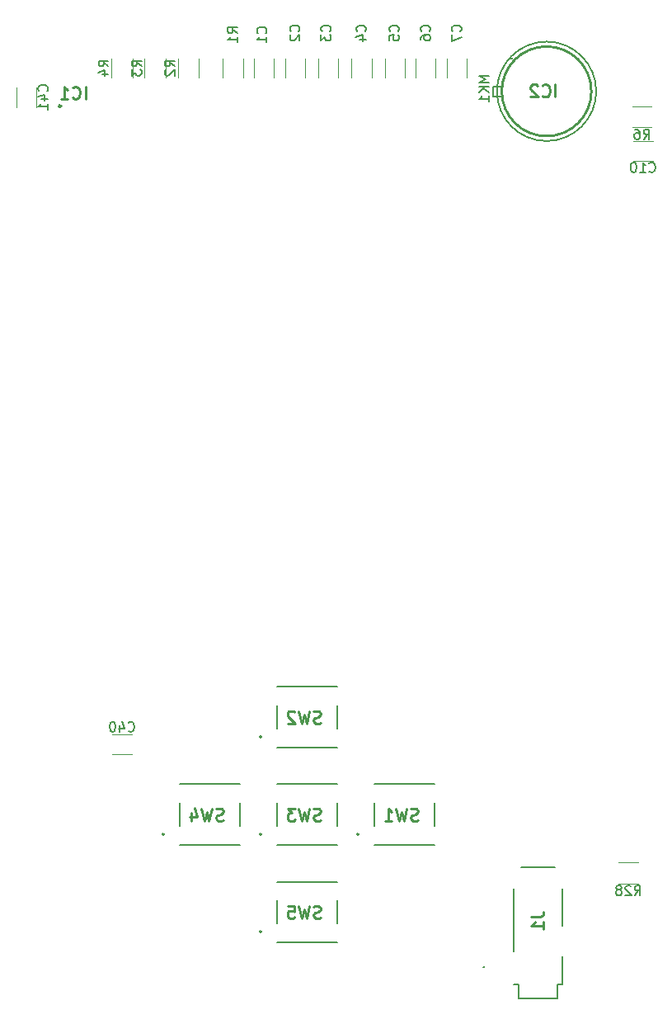
<source format=gbr>
G04 #@! TF.FileFunction,Legend,Bot*
%FSLAX46Y46*%
G04 Gerber Fmt 4.6, Leading zero omitted, Abs format (unit mm)*
G04 Created by KiCad (PCBNEW 4.0.7) date Thu Feb 22 22:50:24 2018*
%MOMM*%
%LPD*%
G01*
G04 APERTURE LIST*
%ADD10C,0.100000*%
%ADD11C,0.120000*%
%ADD12C,0.254000*%
%ADD13C,0.200000*%
%ADD14C,0.150000*%
G04 APERTURE END LIST*
D10*
D11*
X63200000Y-95380000D02*
X65200000Y-95380000D01*
X65200000Y-97420000D02*
X63200000Y-97420000D01*
X77780000Y-28000000D02*
X77780000Y-26000000D01*
X79820000Y-26000000D02*
X79820000Y-28000000D01*
X80980000Y-28000000D02*
X80980000Y-26000000D01*
X83020000Y-26000000D02*
X83020000Y-28000000D01*
X84380000Y-28000000D02*
X84380000Y-26000000D01*
X86420000Y-26000000D02*
X86420000Y-28000000D01*
X87780000Y-28000000D02*
X87780000Y-26000000D01*
X89820000Y-26000000D02*
X89820000Y-28000000D01*
X91180000Y-28000000D02*
X91180000Y-26000000D01*
X93220000Y-26000000D02*
X93220000Y-28000000D01*
X94380000Y-28000000D02*
X94380000Y-26000000D01*
X96420000Y-26000000D02*
X96420000Y-28000000D01*
X97580000Y-28000000D02*
X97580000Y-26000000D01*
X99620000Y-26000000D02*
X99620000Y-28000000D01*
X118700000Y-36520000D02*
X116700000Y-36520000D01*
X116700000Y-34480000D02*
X118700000Y-34480000D01*
D12*
X57950000Y-30900000D02*
G75*
G03X57950000Y-30900000I-125000J0D01*
G01*
D13*
X103136000Y-29900000D02*
X102300000Y-29900000D01*
X102300000Y-29900000D02*
X102300000Y-28900000D01*
X102300000Y-28900000D02*
X103151000Y-28900000D01*
D12*
X112400000Y-29400000D02*
G75*
G03X112400000Y-29400000I-4600000J0D01*
G01*
X104204000Y-26053000D02*
G75*
G03X104204000Y-26053000I-59000J0D01*
G01*
D11*
X55420000Y-29000000D02*
X55420000Y-31000000D01*
X53380000Y-31000000D02*
X53380000Y-29000000D01*
D13*
X104400000Y-121000000D02*
X104900000Y-121000000D01*
X104900000Y-121000000D02*
X104900000Y-122500000D01*
X104900000Y-122500000D02*
X108900000Y-122500000D01*
X108900000Y-122500000D02*
X108900000Y-121000000D01*
X108900000Y-121000000D02*
X109400000Y-121000000D01*
X109400000Y-121000000D02*
X109400000Y-118136000D01*
X104400000Y-117650000D02*
X104400000Y-111240000D01*
X109400000Y-115000000D02*
X109400000Y-111200000D01*
X108641000Y-109000000D02*
X105159000Y-109000000D01*
D12*
X101348000Y-119276000D02*
G75*
G03X101348000Y-119276000I-24000J0D01*
G01*
D11*
X117200000Y-108530000D02*
X115200000Y-108530000D01*
X115200000Y-110670000D02*
X117200000Y-110670000D01*
X76670000Y-28000000D02*
X76670000Y-26000000D01*
X74530000Y-26000000D02*
X74530000Y-28000000D01*
X72070000Y-28000000D02*
X72070000Y-26000000D01*
X69930000Y-26000000D02*
X69930000Y-28000000D01*
X68670000Y-28000000D02*
X68670000Y-26000000D01*
X66530000Y-26000000D02*
X66530000Y-28000000D01*
X65270000Y-28000000D02*
X65270000Y-26000000D01*
X63130000Y-26000000D02*
X63130000Y-28000000D01*
X118600000Y-30930000D02*
X116600000Y-30930000D01*
X116600000Y-33070000D02*
X118600000Y-33070000D01*
D14*
X112900000Y-29400000D02*
G75*
G03X112900000Y-29400000I-5100000J0D01*
G01*
D13*
X90100000Y-106700000D02*
X96300000Y-106700000D01*
X96300000Y-100500000D02*
X90100000Y-100500000D01*
X90100000Y-104787000D02*
X90100000Y-102413000D01*
X96300000Y-104787000D02*
X96300000Y-102413000D01*
D12*
X88503000Y-105636000D02*
G75*
G03X88503000Y-105636000I-67000J0D01*
G01*
D13*
X80100000Y-96700000D02*
X86300000Y-96700000D01*
X86300000Y-90500000D02*
X80100000Y-90500000D01*
X80100000Y-94787000D02*
X80100000Y-92413000D01*
X86300000Y-94787000D02*
X86300000Y-92413000D01*
D12*
X78503000Y-95636000D02*
G75*
G03X78503000Y-95636000I-67000J0D01*
G01*
D13*
X80100000Y-106700000D02*
X86300000Y-106700000D01*
X86300000Y-100500000D02*
X80100000Y-100500000D01*
X80100000Y-104787000D02*
X80100000Y-102413000D01*
X86300000Y-104787000D02*
X86300000Y-102413000D01*
D12*
X78503000Y-105636000D02*
G75*
G03X78503000Y-105636000I-67000J0D01*
G01*
D13*
X70100000Y-106700000D02*
X76300000Y-106700000D01*
X76300000Y-100500000D02*
X70100000Y-100500000D01*
X70100000Y-104787000D02*
X70100000Y-102413000D01*
X76300000Y-104787000D02*
X76300000Y-102413000D01*
D12*
X68503000Y-105636000D02*
G75*
G03X68503000Y-105636000I-67000J0D01*
G01*
D13*
X80100000Y-116700000D02*
X86300000Y-116700000D01*
X86300000Y-110500000D02*
X80100000Y-110500000D01*
X80100000Y-114787000D02*
X80100000Y-112413000D01*
X86300000Y-114787000D02*
X86300000Y-112413000D01*
D12*
X78503000Y-115636000D02*
G75*
G03X78503000Y-115636000I-67000J0D01*
G01*
D14*
X64842857Y-95007143D02*
X64890476Y-95054762D01*
X65033333Y-95102381D01*
X65128571Y-95102381D01*
X65271429Y-95054762D01*
X65366667Y-94959524D01*
X65414286Y-94864286D01*
X65461905Y-94673810D01*
X65461905Y-94530952D01*
X65414286Y-94340476D01*
X65366667Y-94245238D01*
X65271429Y-94150000D01*
X65128571Y-94102381D01*
X65033333Y-94102381D01*
X64890476Y-94150000D01*
X64842857Y-94197619D01*
X63985714Y-94435714D02*
X63985714Y-95102381D01*
X64223810Y-94054762D02*
X64461905Y-94769048D01*
X63842857Y-94769048D01*
X63271429Y-94102381D02*
X63176190Y-94102381D01*
X63080952Y-94150000D01*
X63033333Y-94197619D01*
X62985714Y-94292857D01*
X62938095Y-94483333D01*
X62938095Y-94721429D01*
X62985714Y-94911905D01*
X63033333Y-95007143D01*
X63080952Y-95054762D01*
X63176190Y-95102381D01*
X63271429Y-95102381D01*
X63366667Y-95054762D01*
X63414286Y-95007143D01*
X63461905Y-94911905D01*
X63509524Y-94721429D01*
X63509524Y-94483333D01*
X63461905Y-94292857D01*
X63414286Y-94197619D01*
X63366667Y-94150000D01*
X63271429Y-94102381D01*
X78957143Y-23433334D02*
X79004762Y-23385715D01*
X79052381Y-23242858D01*
X79052381Y-23147620D01*
X79004762Y-23004762D01*
X78909524Y-22909524D01*
X78814286Y-22861905D01*
X78623810Y-22814286D01*
X78480952Y-22814286D01*
X78290476Y-22861905D01*
X78195238Y-22909524D01*
X78100000Y-23004762D01*
X78052381Y-23147620D01*
X78052381Y-23242858D01*
X78100000Y-23385715D01*
X78147619Y-23433334D01*
X79052381Y-24385715D02*
X79052381Y-23814286D01*
X79052381Y-24100000D02*
X78052381Y-24100000D01*
X78195238Y-24004762D01*
X78290476Y-23909524D01*
X78338095Y-23814286D01*
X82357143Y-23233334D02*
X82404762Y-23185715D01*
X82452381Y-23042858D01*
X82452381Y-22947620D01*
X82404762Y-22804762D01*
X82309524Y-22709524D01*
X82214286Y-22661905D01*
X82023810Y-22614286D01*
X81880952Y-22614286D01*
X81690476Y-22661905D01*
X81595238Y-22709524D01*
X81500000Y-22804762D01*
X81452381Y-22947620D01*
X81452381Y-23042858D01*
X81500000Y-23185715D01*
X81547619Y-23233334D01*
X81547619Y-23614286D02*
X81500000Y-23661905D01*
X81452381Y-23757143D01*
X81452381Y-23995239D01*
X81500000Y-24090477D01*
X81547619Y-24138096D01*
X81642857Y-24185715D01*
X81738095Y-24185715D01*
X81880952Y-24138096D01*
X82452381Y-23566667D01*
X82452381Y-24185715D01*
X85557143Y-23233334D02*
X85604762Y-23185715D01*
X85652381Y-23042858D01*
X85652381Y-22947620D01*
X85604762Y-22804762D01*
X85509524Y-22709524D01*
X85414286Y-22661905D01*
X85223810Y-22614286D01*
X85080952Y-22614286D01*
X84890476Y-22661905D01*
X84795238Y-22709524D01*
X84700000Y-22804762D01*
X84652381Y-22947620D01*
X84652381Y-23042858D01*
X84700000Y-23185715D01*
X84747619Y-23233334D01*
X84652381Y-23566667D02*
X84652381Y-24185715D01*
X85033333Y-23852381D01*
X85033333Y-23995239D01*
X85080952Y-24090477D01*
X85128571Y-24138096D01*
X85223810Y-24185715D01*
X85461905Y-24185715D01*
X85557143Y-24138096D01*
X85604762Y-24090477D01*
X85652381Y-23995239D01*
X85652381Y-23709524D01*
X85604762Y-23614286D01*
X85557143Y-23566667D01*
X89157143Y-23233334D02*
X89204762Y-23185715D01*
X89252381Y-23042858D01*
X89252381Y-22947620D01*
X89204762Y-22804762D01*
X89109524Y-22709524D01*
X89014286Y-22661905D01*
X88823810Y-22614286D01*
X88680952Y-22614286D01*
X88490476Y-22661905D01*
X88395238Y-22709524D01*
X88300000Y-22804762D01*
X88252381Y-22947620D01*
X88252381Y-23042858D01*
X88300000Y-23185715D01*
X88347619Y-23233334D01*
X88585714Y-24090477D02*
X89252381Y-24090477D01*
X88204762Y-23852381D02*
X88919048Y-23614286D01*
X88919048Y-24233334D01*
X92557143Y-23233334D02*
X92604762Y-23185715D01*
X92652381Y-23042858D01*
X92652381Y-22947620D01*
X92604762Y-22804762D01*
X92509524Y-22709524D01*
X92414286Y-22661905D01*
X92223810Y-22614286D01*
X92080952Y-22614286D01*
X91890476Y-22661905D01*
X91795238Y-22709524D01*
X91700000Y-22804762D01*
X91652381Y-22947620D01*
X91652381Y-23042858D01*
X91700000Y-23185715D01*
X91747619Y-23233334D01*
X91652381Y-24138096D02*
X91652381Y-23661905D01*
X92128571Y-23614286D01*
X92080952Y-23661905D01*
X92033333Y-23757143D01*
X92033333Y-23995239D01*
X92080952Y-24090477D01*
X92128571Y-24138096D01*
X92223810Y-24185715D01*
X92461905Y-24185715D01*
X92557143Y-24138096D01*
X92604762Y-24090477D01*
X92652381Y-23995239D01*
X92652381Y-23757143D01*
X92604762Y-23661905D01*
X92557143Y-23614286D01*
X95757143Y-23233334D02*
X95804762Y-23185715D01*
X95852381Y-23042858D01*
X95852381Y-22947620D01*
X95804762Y-22804762D01*
X95709524Y-22709524D01*
X95614286Y-22661905D01*
X95423810Y-22614286D01*
X95280952Y-22614286D01*
X95090476Y-22661905D01*
X94995238Y-22709524D01*
X94900000Y-22804762D01*
X94852381Y-22947620D01*
X94852381Y-23042858D01*
X94900000Y-23185715D01*
X94947619Y-23233334D01*
X94852381Y-24090477D02*
X94852381Y-23900000D01*
X94900000Y-23804762D01*
X94947619Y-23757143D01*
X95090476Y-23661905D01*
X95280952Y-23614286D01*
X95661905Y-23614286D01*
X95757143Y-23661905D01*
X95804762Y-23709524D01*
X95852381Y-23804762D01*
X95852381Y-23995239D01*
X95804762Y-24090477D01*
X95757143Y-24138096D01*
X95661905Y-24185715D01*
X95423810Y-24185715D01*
X95328571Y-24138096D01*
X95280952Y-24090477D01*
X95233333Y-23995239D01*
X95233333Y-23804762D01*
X95280952Y-23709524D01*
X95328571Y-23661905D01*
X95423810Y-23614286D01*
X98957143Y-23233334D02*
X99004762Y-23185715D01*
X99052381Y-23042858D01*
X99052381Y-22947620D01*
X99004762Y-22804762D01*
X98909524Y-22709524D01*
X98814286Y-22661905D01*
X98623810Y-22614286D01*
X98480952Y-22614286D01*
X98290476Y-22661905D01*
X98195238Y-22709524D01*
X98100000Y-22804762D01*
X98052381Y-22947620D01*
X98052381Y-23042858D01*
X98100000Y-23185715D01*
X98147619Y-23233334D01*
X98052381Y-23566667D02*
X98052381Y-24233334D01*
X99052381Y-23804762D01*
X118342857Y-37607143D02*
X118390476Y-37654762D01*
X118533333Y-37702381D01*
X118628571Y-37702381D01*
X118771429Y-37654762D01*
X118866667Y-37559524D01*
X118914286Y-37464286D01*
X118961905Y-37273810D01*
X118961905Y-37130952D01*
X118914286Y-36940476D01*
X118866667Y-36845238D01*
X118771429Y-36750000D01*
X118628571Y-36702381D01*
X118533333Y-36702381D01*
X118390476Y-36750000D01*
X118342857Y-36797619D01*
X117390476Y-37702381D02*
X117961905Y-37702381D01*
X117676191Y-37702381D02*
X117676191Y-36702381D01*
X117771429Y-36845238D01*
X117866667Y-36940476D01*
X117961905Y-36988095D01*
X116771429Y-36702381D02*
X116676190Y-36702381D01*
X116580952Y-36750000D01*
X116533333Y-36797619D01*
X116485714Y-36892857D01*
X116438095Y-37083333D01*
X116438095Y-37321429D01*
X116485714Y-37511905D01*
X116533333Y-37607143D01*
X116580952Y-37654762D01*
X116676190Y-37702381D01*
X116771429Y-37702381D01*
X116866667Y-37654762D01*
X116914286Y-37607143D01*
X116961905Y-37511905D01*
X117009524Y-37321429D01*
X117009524Y-37083333D01*
X116961905Y-36892857D01*
X116914286Y-36797619D01*
X116866667Y-36750000D01*
X116771429Y-36702381D01*
D12*
X60439762Y-30174524D02*
X60439762Y-28904524D01*
X59109286Y-30053571D02*
X59169762Y-30114048D01*
X59351191Y-30174524D01*
X59472143Y-30174524D01*
X59653571Y-30114048D01*
X59774524Y-29993095D01*
X59835000Y-29872143D01*
X59895476Y-29630238D01*
X59895476Y-29448810D01*
X59835000Y-29206905D01*
X59774524Y-29085952D01*
X59653571Y-28965000D01*
X59472143Y-28904524D01*
X59351191Y-28904524D01*
X59169762Y-28965000D01*
X59109286Y-29025476D01*
X57899762Y-30174524D02*
X58625476Y-30174524D01*
X58262619Y-30174524D02*
X58262619Y-28904524D01*
X58383571Y-29085952D01*
X58504524Y-29206905D01*
X58625476Y-29267381D01*
X108692762Y-29965524D02*
X108692762Y-28695524D01*
X107362286Y-29844571D02*
X107422762Y-29905048D01*
X107604191Y-29965524D01*
X107725143Y-29965524D01*
X107906571Y-29905048D01*
X108027524Y-29784095D01*
X108088000Y-29663143D01*
X108148476Y-29421238D01*
X108148476Y-29239810D01*
X108088000Y-28997905D01*
X108027524Y-28876952D01*
X107906571Y-28756000D01*
X107725143Y-28695524D01*
X107604191Y-28695524D01*
X107422762Y-28756000D01*
X107362286Y-28816476D01*
X106878476Y-28816476D02*
X106818000Y-28756000D01*
X106697048Y-28695524D01*
X106394667Y-28695524D01*
X106273714Y-28756000D01*
X106213238Y-28816476D01*
X106152762Y-28937429D01*
X106152762Y-29058381D01*
X106213238Y-29239810D01*
X106938952Y-29965524D01*
X106152762Y-29965524D01*
D14*
X56507143Y-29357143D02*
X56554762Y-29309524D01*
X56602381Y-29166667D01*
X56602381Y-29071429D01*
X56554762Y-28928571D01*
X56459524Y-28833333D01*
X56364286Y-28785714D01*
X56173810Y-28738095D01*
X56030952Y-28738095D01*
X55840476Y-28785714D01*
X55745238Y-28833333D01*
X55650000Y-28928571D01*
X55602381Y-29071429D01*
X55602381Y-29166667D01*
X55650000Y-29309524D01*
X55697619Y-29357143D01*
X55935714Y-30214286D02*
X56602381Y-30214286D01*
X55554762Y-29976190D02*
X56269048Y-29738095D01*
X56269048Y-30357143D01*
X56602381Y-31261905D02*
X56602381Y-30690476D01*
X56602381Y-30976190D02*
X55602381Y-30976190D01*
X55745238Y-30880952D01*
X55840476Y-30785714D01*
X55888095Y-30690476D01*
D12*
X106235524Y-114085667D02*
X107142667Y-114085667D01*
X107324095Y-114025191D01*
X107445048Y-113904239D01*
X107505524Y-113722810D01*
X107505524Y-113601858D01*
X107505524Y-115355667D02*
X107505524Y-114629953D01*
X107505524Y-114992810D02*
X106235524Y-114992810D01*
X106416952Y-114871858D01*
X106537905Y-114750905D01*
X106598381Y-114629953D01*
D14*
X116842857Y-111902381D02*
X117176191Y-111426190D01*
X117414286Y-111902381D02*
X117414286Y-110902381D01*
X117033333Y-110902381D01*
X116938095Y-110950000D01*
X116890476Y-110997619D01*
X116842857Y-111092857D01*
X116842857Y-111235714D01*
X116890476Y-111330952D01*
X116938095Y-111378571D01*
X117033333Y-111426190D01*
X117414286Y-111426190D01*
X116461905Y-110997619D02*
X116414286Y-110950000D01*
X116319048Y-110902381D01*
X116080952Y-110902381D01*
X115985714Y-110950000D01*
X115938095Y-110997619D01*
X115890476Y-111092857D01*
X115890476Y-111188095D01*
X115938095Y-111330952D01*
X116509524Y-111902381D01*
X115890476Y-111902381D01*
X115319048Y-111330952D02*
X115414286Y-111283333D01*
X115461905Y-111235714D01*
X115509524Y-111140476D01*
X115509524Y-111092857D01*
X115461905Y-110997619D01*
X115414286Y-110950000D01*
X115319048Y-110902381D01*
X115128571Y-110902381D01*
X115033333Y-110950000D01*
X114985714Y-110997619D01*
X114938095Y-111092857D01*
X114938095Y-111140476D01*
X114985714Y-111235714D01*
X115033333Y-111283333D01*
X115128571Y-111330952D01*
X115319048Y-111330952D01*
X115414286Y-111378571D01*
X115461905Y-111426190D01*
X115509524Y-111521429D01*
X115509524Y-111711905D01*
X115461905Y-111807143D01*
X115414286Y-111854762D01*
X115319048Y-111902381D01*
X115128571Y-111902381D01*
X115033333Y-111854762D01*
X114985714Y-111807143D01*
X114938095Y-111711905D01*
X114938095Y-111521429D01*
X114985714Y-111426190D01*
X115033333Y-111378571D01*
X115128571Y-111330952D01*
X76052381Y-23433334D02*
X75576190Y-23100000D01*
X76052381Y-22861905D02*
X75052381Y-22861905D01*
X75052381Y-23242858D01*
X75100000Y-23338096D01*
X75147619Y-23385715D01*
X75242857Y-23433334D01*
X75385714Y-23433334D01*
X75480952Y-23385715D01*
X75528571Y-23338096D01*
X75576190Y-23242858D01*
X75576190Y-22861905D01*
X76052381Y-24385715D02*
X76052381Y-23814286D01*
X76052381Y-24100000D02*
X75052381Y-24100000D01*
X75195238Y-24004762D01*
X75290476Y-23909524D01*
X75338095Y-23814286D01*
X69602381Y-26833334D02*
X69126190Y-26500000D01*
X69602381Y-26261905D02*
X68602381Y-26261905D01*
X68602381Y-26642858D01*
X68650000Y-26738096D01*
X68697619Y-26785715D01*
X68792857Y-26833334D01*
X68935714Y-26833334D01*
X69030952Y-26785715D01*
X69078571Y-26738096D01*
X69126190Y-26642858D01*
X69126190Y-26261905D01*
X68697619Y-27214286D02*
X68650000Y-27261905D01*
X68602381Y-27357143D01*
X68602381Y-27595239D01*
X68650000Y-27690477D01*
X68697619Y-27738096D01*
X68792857Y-27785715D01*
X68888095Y-27785715D01*
X69030952Y-27738096D01*
X69602381Y-27166667D01*
X69602381Y-27785715D01*
X66202381Y-26833334D02*
X65726190Y-26500000D01*
X66202381Y-26261905D02*
X65202381Y-26261905D01*
X65202381Y-26642858D01*
X65250000Y-26738096D01*
X65297619Y-26785715D01*
X65392857Y-26833334D01*
X65535714Y-26833334D01*
X65630952Y-26785715D01*
X65678571Y-26738096D01*
X65726190Y-26642858D01*
X65726190Y-26261905D01*
X65202381Y-27166667D02*
X65202381Y-27785715D01*
X65583333Y-27452381D01*
X65583333Y-27595239D01*
X65630952Y-27690477D01*
X65678571Y-27738096D01*
X65773810Y-27785715D01*
X66011905Y-27785715D01*
X66107143Y-27738096D01*
X66154762Y-27690477D01*
X66202381Y-27595239D01*
X66202381Y-27309524D01*
X66154762Y-27214286D01*
X66107143Y-27166667D01*
X62802381Y-26833334D02*
X62326190Y-26500000D01*
X62802381Y-26261905D02*
X61802381Y-26261905D01*
X61802381Y-26642858D01*
X61850000Y-26738096D01*
X61897619Y-26785715D01*
X61992857Y-26833334D01*
X62135714Y-26833334D01*
X62230952Y-26785715D01*
X62278571Y-26738096D01*
X62326190Y-26642858D01*
X62326190Y-26261905D01*
X62135714Y-27690477D02*
X62802381Y-27690477D01*
X61754762Y-27452381D02*
X62469048Y-27214286D01*
X62469048Y-27833334D01*
X117766666Y-34302381D02*
X118100000Y-33826190D01*
X118338095Y-34302381D02*
X118338095Y-33302381D01*
X117957142Y-33302381D01*
X117861904Y-33350000D01*
X117814285Y-33397619D01*
X117766666Y-33492857D01*
X117766666Y-33635714D01*
X117814285Y-33730952D01*
X117861904Y-33778571D01*
X117957142Y-33826190D01*
X118338095Y-33826190D01*
X116909523Y-33302381D02*
X117100000Y-33302381D01*
X117195238Y-33350000D01*
X117242857Y-33397619D01*
X117338095Y-33540476D01*
X117385714Y-33730952D01*
X117385714Y-34111905D01*
X117338095Y-34207143D01*
X117290476Y-34254762D01*
X117195238Y-34302381D01*
X117004761Y-34302381D01*
X116909523Y-34254762D01*
X116861904Y-34207143D01*
X116814285Y-34111905D01*
X116814285Y-33873810D01*
X116861904Y-33778571D01*
X116909523Y-33730952D01*
X117004761Y-33683333D01*
X117195238Y-33683333D01*
X117290476Y-33730952D01*
X117338095Y-33778571D01*
X117385714Y-33873810D01*
X101852381Y-27790476D02*
X100852381Y-27790476D01*
X101566667Y-28123810D01*
X100852381Y-28457143D01*
X101852381Y-28457143D01*
X101852381Y-28933333D02*
X100852381Y-28933333D01*
X101852381Y-29504762D02*
X101280952Y-29076190D01*
X100852381Y-29504762D02*
X101423810Y-28933333D01*
X101852381Y-30457143D02*
X101852381Y-29885714D01*
X101852381Y-30171428D02*
X100852381Y-30171428D01*
X100995238Y-30076190D01*
X101090476Y-29980952D01*
X101138095Y-29885714D01*
D12*
X94588333Y-104195048D02*
X94406905Y-104255524D01*
X94104524Y-104255524D01*
X93983571Y-104195048D01*
X93923095Y-104134571D01*
X93862619Y-104013619D01*
X93862619Y-103892667D01*
X93923095Y-103771714D01*
X93983571Y-103711238D01*
X94104524Y-103650762D01*
X94346428Y-103590286D01*
X94467381Y-103529810D01*
X94527857Y-103469333D01*
X94588333Y-103348381D01*
X94588333Y-103227429D01*
X94527857Y-103106476D01*
X94467381Y-103046000D01*
X94346428Y-102985524D01*
X94044048Y-102985524D01*
X93862619Y-103046000D01*
X93439285Y-102985524D02*
X93136904Y-104255524D01*
X92895000Y-103348381D01*
X92653095Y-104255524D01*
X92350714Y-102985524D01*
X91201666Y-104255524D02*
X91927380Y-104255524D01*
X91564523Y-104255524D02*
X91564523Y-102985524D01*
X91685475Y-103166952D01*
X91806428Y-103287905D01*
X91927380Y-103348381D01*
X84588333Y-94195048D02*
X84406905Y-94255524D01*
X84104524Y-94255524D01*
X83983571Y-94195048D01*
X83923095Y-94134571D01*
X83862619Y-94013619D01*
X83862619Y-93892667D01*
X83923095Y-93771714D01*
X83983571Y-93711238D01*
X84104524Y-93650762D01*
X84346428Y-93590286D01*
X84467381Y-93529810D01*
X84527857Y-93469333D01*
X84588333Y-93348381D01*
X84588333Y-93227429D01*
X84527857Y-93106476D01*
X84467381Y-93046000D01*
X84346428Y-92985524D01*
X84044048Y-92985524D01*
X83862619Y-93046000D01*
X83439285Y-92985524D02*
X83136904Y-94255524D01*
X82895000Y-93348381D01*
X82653095Y-94255524D01*
X82350714Y-92985524D01*
X81927380Y-93106476D02*
X81866904Y-93046000D01*
X81745952Y-92985524D01*
X81443571Y-92985524D01*
X81322618Y-93046000D01*
X81262142Y-93106476D01*
X81201666Y-93227429D01*
X81201666Y-93348381D01*
X81262142Y-93529810D01*
X81987856Y-94255524D01*
X81201666Y-94255524D01*
X84588333Y-104195048D02*
X84406905Y-104255524D01*
X84104524Y-104255524D01*
X83983571Y-104195048D01*
X83923095Y-104134571D01*
X83862619Y-104013619D01*
X83862619Y-103892667D01*
X83923095Y-103771714D01*
X83983571Y-103711238D01*
X84104524Y-103650762D01*
X84346428Y-103590286D01*
X84467381Y-103529810D01*
X84527857Y-103469333D01*
X84588333Y-103348381D01*
X84588333Y-103227429D01*
X84527857Y-103106476D01*
X84467381Y-103046000D01*
X84346428Y-102985524D01*
X84044048Y-102985524D01*
X83862619Y-103046000D01*
X83439285Y-102985524D02*
X83136904Y-104255524D01*
X82895000Y-103348381D01*
X82653095Y-104255524D01*
X82350714Y-102985524D01*
X81987856Y-102985524D02*
X81201666Y-102985524D01*
X81624999Y-103469333D01*
X81443571Y-103469333D01*
X81322618Y-103529810D01*
X81262142Y-103590286D01*
X81201666Y-103711238D01*
X81201666Y-104013619D01*
X81262142Y-104134571D01*
X81322618Y-104195048D01*
X81443571Y-104255524D01*
X81806428Y-104255524D01*
X81927380Y-104195048D01*
X81987856Y-104134571D01*
X74588333Y-104195048D02*
X74406905Y-104255524D01*
X74104524Y-104255524D01*
X73983571Y-104195048D01*
X73923095Y-104134571D01*
X73862619Y-104013619D01*
X73862619Y-103892667D01*
X73923095Y-103771714D01*
X73983571Y-103711238D01*
X74104524Y-103650762D01*
X74346428Y-103590286D01*
X74467381Y-103529810D01*
X74527857Y-103469333D01*
X74588333Y-103348381D01*
X74588333Y-103227429D01*
X74527857Y-103106476D01*
X74467381Y-103046000D01*
X74346428Y-102985524D01*
X74044048Y-102985524D01*
X73862619Y-103046000D01*
X73439285Y-102985524D02*
X73136904Y-104255524D01*
X72895000Y-103348381D01*
X72653095Y-104255524D01*
X72350714Y-102985524D01*
X71322618Y-103408857D02*
X71322618Y-104255524D01*
X71624999Y-102925048D02*
X71927380Y-103832190D01*
X71141190Y-103832190D01*
X84588333Y-114195048D02*
X84406905Y-114255524D01*
X84104524Y-114255524D01*
X83983571Y-114195048D01*
X83923095Y-114134571D01*
X83862619Y-114013619D01*
X83862619Y-113892667D01*
X83923095Y-113771714D01*
X83983571Y-113711238D01*
X84104524Y-113650762D01*
X84346428Y-113590286D01*
X84467381Y-113529810D01*
X84527857Y-113469333D01*
X84588333Y-113348381D01*
X84588333Y-113227429D01*
X84527857Y-113106476D01*
X84467381Y-113046000D01*
X84346428Y-112985524D01*
X84044048Y-112985524D01*
X83862619Y-113046000D01*
X83439285Y-112985524D02*
X83136904Y-114255524D01*
X82895000Y-113348381D01*
X82653095Y-114255524D01*
X82350714Y-112985524D01*
X81262142Y-112985524D02*
X81866904Y-112985524D01*
X81927380Y-113590286D01*
X81866904Y-113529810D01*
X81745952Y-113469333D01*
X81443571Y-113469333D01*
X81322618Y-113529810D01*
X81262142Y-113590286D01*
X81201666Y-113711238D01*
X81201666Y-114013619D01*
X81262142Y-114134571D01*
X81322618Y-114195048D01*
X81443571Y-114255524D01*
X81745952Y-114255524D01*
X81866904Y-114195048D01*
X81927380Y-114134571D01*
M02*

</source>
